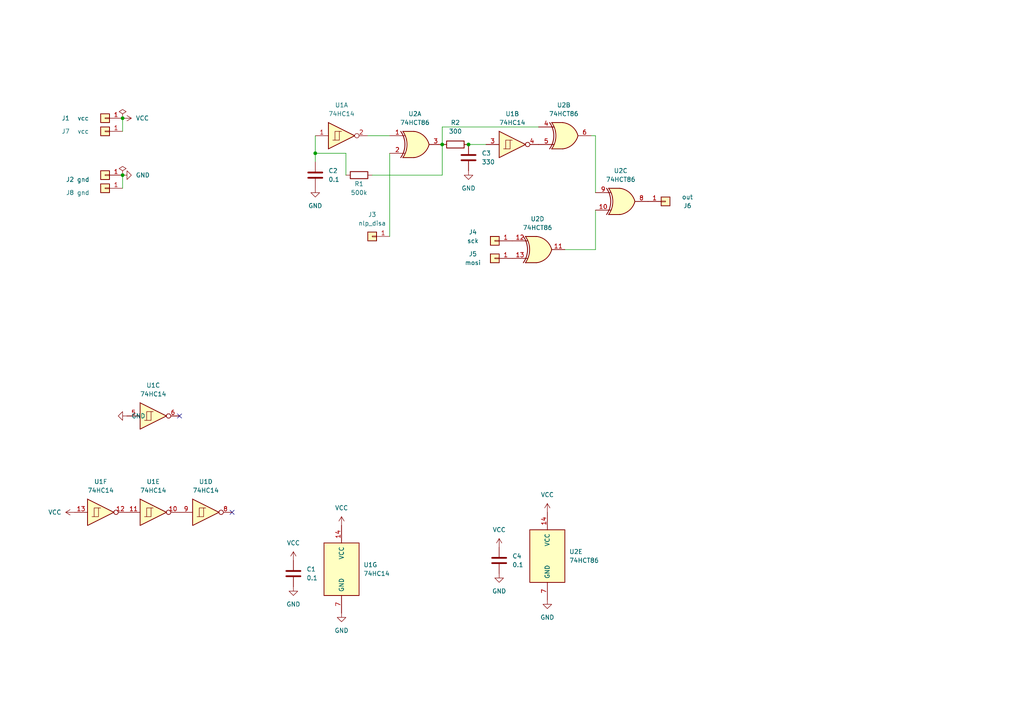
<source format=kicad_sch>
(kicad_sch (version 20211123) (generator eeschema)
  (paper "A4")
  (lib_symbols
    (symbol "74xx:74HC14" (pin_names (offset 1.016))
      (property "Reference" "U" (at 0 1.27 0))
      (property "Value" "74HC14" (at 0 -1.27 0))
      (symbol "74HC14_1_0"
        (polyline (pts (xy -3.81 3.81) (xy -3.81 -3.81) (xy 3.81 0) (xy -3.81 3.81)) (stroke (width 0.254)) (fill (type background)))
        (pin input line (at -7.62 0 0) (length 3.81) (name "~") (number "1"))
        (pin output inverted (at 7.62 0 180) (length 3.81) (name "~") (number "2"))
      )
      (symbol "74HC14_1_1"
        (polyline (pts (xy -1.905 -1.27) (xy -1.905 1.27) (xy -0.635 1.27)))
        (polyline (pts (xy -2.54 -1.27) (xy -0.635 -1.27) (xy -0.635 1.27) (xy 0 1.27)))
      )
      (symbol "74HC14_2_0"
        (polyline (pts (xy -3.81 3.81) (xy -3.81 -3.81) (xy 3.81 0) (xy -3.81 3.81)) (stroke (width 0.254)) (fill (type background)))
        (pin input line (at -7.62 0 0) (length 3.81) (name "~") (number "3"))
        (pin output inverted (at 7.62 0 180) (length 3.81) (name "~") (number "4"))
      )
      (symbol "74HC14_2_1"
        (polyline (pts (xy -1.905 -1.27) (xy -1.905 1.27) (xy -0.635 1.27)))
        (polyline (pts (xy -2.54 -1.27) (xy -0.635 -1.27) (xy -0.635 1.27) (xy 0 1.27)))
      )
      (symbol "74HC14_3_0"
        (polyline (pts (xy -3.81 3.81) (xy -3.81 -3.81) (xy 3.81 0) (xy -3.81 3.81)) (stroke (width 0.254)) (fill (type background)))
        (pin input line (at -7.62 0 0) (length 3.81) (name "~") (number "5"))
        (pin output inverted (at 7.62 0 180) (length 3.81) (name "~") (number "6"))
      )
      (symbol "74HC14_3_1"
        (polyline (pts (xy -1.905 -1.27) (xy -1.905 1.27) (xy -0.635 1.27)))
        (polyline (pts (xy -2.54 -1.27) (xy -0.635 -1.27) (xy -0.635 1.27) (xy 0 1.27)))
      )
      (symbol "74HC14_4_0"
        (polyline (pts (xy -3.81 3.81) (xy -3.81 -3.81) (xy 3.81 0) (xy -3.81 3.81)) (stroke (width 0.254)) (fill (type background)))
        (pin output inverted (at 7.62 0 180) (length 3.81) (name "~") (number "8"))
        (pin input line (at -7.62 0 0) (length 3.81) (name "~") (number "9"))
      )
      (symbol "74HC14_4_1"
        (polyline (pts (xy -1.905 -1.27) (xy -1.905 1.27) (xy -0.635 1.27)))
        (polyline (pts (xy -2.54 -1.27) (xy -0.635 -1.27) (xy -0.635 1.27) (xy 0 1.27)))
      )
      (symbol "74HC14_5_0"
        (polyline (pts (xy -3.81 3.81) (xy -3.81 -3.81) (xy 3.81 0) (xy -3.81 3.81)) (stroke (width 0.254)) (fill (type background)))
        (pin output inverted (at 7.62 0 180) (length 3.81) (name "~") (number "10"))
        (pin input line (at -7.62 0 0) (length 3.81) (name "~") (number "11"))
      )
      (symbol "74HC14_5_1"
        (polyline (pts (xy -1.905 -1.27) (xy -1.905 1.27) (xy -0.635 1.27)))
        (polyline (pts (xy -2.54 -1.27) (xy -0.635 -1.27) (xy -0.635 1.27) (xy 0 1.27)))
      )
      (symbol "74HC14_6_0"
        (polyline (pts (xy -3.81 3.81) (xy -3.81 -3.81) (xy 3.81 0) (xy -3.81 3.81)) (stroke (width 0.254)) (fill (type background)))
        (pin output inverted (at 7.62 0 180) (length 3.81) (name "~") (number "12"))
        (pin input line (at -7.62 0 0) (length 3.81) (name "~") (number "13"))
      )
      (symbol "74HC14_6_1"
        (polyline (pts (xy -1.905 -1.27) (xy -1.905 1.27) (xy -0.635 1.27)))
        (polyline (pts (xy -2.54 -1.27) (xy -0.635 -1.27) (xy -0.635 1.27) (xy 0 1.27)))
      )
      (symbol "74HC14_7_0"
        (pin power_in line (at 0 12.7 270) (length 5.08) (name "VCC") (number "14"))
        (pin power_in line (at 0 -12.7 90) (length 5.08) (name "GND") (number "7"))
      )
      (symbol "74HC14_7_1"
        (rectangle (start -5.08 7.62) (end 5.08 -7.62) (stroke (width 0.254)) (fill (type background)))
      )
    )
    (symbol "74xx:74HC86" (pin_names (offset 1.016))
      (property "Reference" "U" (at 0 1.27 0))
      (property "Value" "74HC86" (at 0 -1.27 0))
      (symbol "74HC86_1_0"
        (arc (start -4.4196 -3.81) (mid -3.2033 0) (end -4.4196 3.81) (stroke (width 0.254)))
        (arc (start -3.81 -3.81) (mid -2.589 0) (end -3.81 3.81) (stroke (width 0.254)))
        (arc (start -0.6096 -3.81) (mid 2.1842 -2.5851) (end 3.81 0) (stroke (width 0.254)) (fill (type background)))
        (polyline (pts (xy -3.81 -3.81) (xy -0.635 -3.81)) (stroke (width 0.254)) (fill (type background)))
        (polyline (pts (xy -3.81 3.81) (xy -0.635 3.81)) (stroke (width 0.254)) (fill (type background)))
        (polyline (pts (xy -0.635 3.81) (xy -3.81 3.81) (xy -3.81 3.81) (xy -3.556 3.4036) (xy -3.0226 2.2606) (xy -2.6924 1.0414) (xy -2.6162 -0.254) (xy -2.7686 -1.4986) (xy -3.175 -2.7178) (xy -3.81 -3.81) (xy -3.81 -3.81) (xy -0.635 -3.81)) (stroke (width -25.4)) (fill (type background)))
        (arc (start 3.81 0) (mid 2.1915 2.5936) (end -0.6096 3.81) (stroke (width 0.254)) (fill (type background)))
        (pin input line (at -7.62 2.54 0) (length 4.445) (name "~") (number "1"))
        (pin input line (at -7.62 -2.54 0) (length 4.445) (name "~") (number "2"))
        (pin output line (at 7.62 0 180) (length 3.81) (name "~") (number "3"))
      )
      (symbol "74HC86_1_1"
        (polyline (pts (xy -3.81 -2.54) (xy -3.175 -2.54)) (stroke (width 0.1524)))
        (polyline (pts (xy -3.81 2.54) (xy -3.175 2.54)) (stroke (width 0.1524)))
      )
      (symbol "74HC86_2_0"
        (arc (start -4.4196 -3.81) (mid -3.2033 0) (end -4.4196 3.81) (stroke (width 0.254)))
        (arc (start -3.81 -3.81) (mid -2.589 0) (end -3.81 3.81) (stroke (width 0.254)))
        (arc (start -0.6096 -3.81) (mid 2.1842 -2.5851) (end 3.81 0) (stroke (width 0.254)) (fill (type background)))
        (polyline (pts (xy -3.81 -3.81) (xy -0.635 -3.81)) (stroke (width 0.254)) (fill (type background)))
        (polyline (pts (xy -3.81 3.81) (xy -0.635 3.81)) (stroke (width 0.254)) (fill (type background)))
        (polyline (pts (xy -0.635 3.81) (xy -3.81 3.81) (xy -3.81 3.81) (xy -3.556 3.4036) (xy -3.0226 2.2606) (xy -2.6924 1.0414) (xy -2.6162 -0.254) (xy -2.7686 -1.4986) (xy -3.175 -2.7178) (xy -3.81 -3.81) (xy -3.81 -3.81) (xy -0.635 -3.81)) (stroke (width -25.4)) (fill (type background)))
        (arc (start 3.81 0) (mid 2.1915 2.5936) (end -0.6096 3.81) (stroke (width 0.254)) (fill (type background)))
        (pin input line (at -7.62 2.54 0) (length 4.445) (name "~") (number "4"))
        (pin input line (at -7.62 -2.54 0) (length 4.445) (name "~") (number "5"))
        (pin output line (at 7.62 0 180) (length 3.81) (name "~") (number "6"))
      )
      (symbol "74HC86_2_1"
        (polyline (pts (xy -3.81 -2.54) (xy -3.175 -2.54)) (stroke (width 0.1524)))
        (polyline (pts (xy -3.81 2.54) (xy -3.175 2.54)) (stroke (width 0.1524)))
      )
      (symbol "74HC86_3_0"
        (arc (start -4.4196 -3.81) (mid -3.2033 0) (end -4.4196 3.81) (stroke (width 0.254)))
        (arc (start -3.81 -3.81) (mid -2.589 0) (end -3.81 3.81) (stroke (width 0.254)))
        (arc (start -0.6096 -3.81) (mid 2.1842 -2.5851) (end 3.81 0) (stroke (width 0.254)) (fill (type background)))
        (polyline (pts (xy -3.81 -3.81) (xy -0.635 -3.81)) (stroke (width 0.254)) (fill (type background)))
        (polyline (pts (xy -3.81 3.81) (xy -0.635 3.81)) (stroke (width 0.254)) (fill (type background)))
        (polyline (pts (xy -0.635 3.81) (xy -3.81 3.81) (xy -3.81 3.81) (xy -3.556 3.4036) (xy -3.0226 2.2606) (xy -2.6924 1.0414) (xy -2.6162 -0.254) (xy -2.7686 -1.4986) (xy -3.175 -2.7178) (xy -3.81 -3.81) (xy -3.81 -3.81) (xy -0.635 -3.81)) (stroke (width -25.4)) (fill (type background)))
        (arc (start 3.81 0) (mid 2.1915 2.5936) (end -0.6096 3.81) (stroke (width 0.254)) (fill (type background)))
        (pin input line (at -7.62 -2.54 0) (length 4.445) (name "~") (number "10"))
        (pin output line (at 7.62 0 180) (length 3.81) (name "~") (number "8"))
        (pin input line (at -7.62 2.54 0) (length 4.445) (name "~") (number "9"))
      )
      (symbol "74HC86_3_1"
        (polyline (pts (xy -3.81 -2.54) (xy -3.175 -2.54)) (stroke (width 0.1524)))
        (polyline (pts (xy -3.81 2.54) (xy -3.175 2.54)) (stroke (width 0.1524)))
      )
      (symbol "74HC86_4_0"
        (arc (start -4.4196 -3.81) (mid -3.2033 0) (end -4.4196 3.81) (stroke (width 0.254)))
        (arc (start -3.81 -3.81) (mid -2.589 0) (end -3.81 3.81) (stroke (width 0.254)))
        (arc (start -0.6096 -3.81) (mid 2.1842 -2.5851) (end 3.81 0) (stroke (width 0.254)) (fill (type background)))
        (polyline (pts (xy -3.81 -3.81) (xy -0.635 -3.81)) (stroke (width 0.254)) (fill (type background)))
        (polyline (pts (xy -3.81 3.81) (xy -0.635 3.81)) (stroke (width 0.254)) (fill (type background)))
        (polyline (pts (xy -0.635 3.81) (xy -3.81 3.81) (xy -3.81 3.81) (xy -3.556 3.4036) (xy -3.0226 2.2606) (xy -2.6924 1.0414) (xy -2.6162 -0.254) (xy -2.7686 -1.4986) (xy -3.175 -2.7178) (xy -3.81 -3.81) (xy -3.81 -3.81) (xy -0.635 -3.81)) (stroke (width -25.4)) (fill (type background)))
        (arc (start 3.81 0) (mid 2.1915 2.5936) (end -0.6096 3.81) (stroke (width 0.254)) (fill (type background)))
        (pin output line (at 7.62 0 180) (length 3.81) (name "~") (number "11"))
        (pin input line (at -7.62 2.54 0) (length 4.445) (name "~") (number "12"))
        (pin input line (at -7.62 -2.54 0) (length 4.445) (name "~") (number "13"))
      )
      (symbol "74HC86_4_1"
        (polyline (pts (xy -3.81 -2.54) (xy -3.175 -2.54)) (stroke (width 0.1524)))
        (polyline (pts (xy -3.81 2.54) (xy -3.175 2.54)) (stroke (width 0.1524)))
      )
      (symbol "74HC86_5_0"
        (pin power_in line (at 0 12.7 270) (length 5.08) (name "VCC") (number "14"))
        (pin power_in line (at 0 -12.7 90) (length 5.08) (name "GND") (number "7"))
      )
      (symbol "74HC86_5_1"
        (rectangle (start -5.08 7.62) (end 5.08 -7.62) (stroke (width 0.254)) (fill (type background)))
      )
    )
    (symbol "Connector_Generic:Conn_01x01" (pin_names (offset 1.016) hide)
      (property "Reference" "J" (at 0 2.54 0))
      (property "Value" "Conn_01x01" (at 0 -2.54 0))
      (symbol "Conn_01x01_1_1"
        (rectangle (start -1.27 0.127) (end 0 -0.127) (stroke (width 0.1524)))
        (rectangle (start -1.27 1.27) (end 1.27 -1.27) (stroke (width 0.254)) (fill (type background)))
        (pin passive line (at -5.08 0 0) (length 3.81) (name "Pin_1") (number "1"))
      )
    )
    (symbol "Device:C" (pin_numbers hide) (pin_names (offset 0.254))
      (property "Reference" "C" (at 0.635 2.54 0))
      (property "Value" "C" (at 0.635 -2.54 0))
      (symbol "C_0_1"
        (polyline (pts (xy -2.032 -0.762) (xy 2.032 -0.762)) (stroke (width 0.508)))
        (polyline (pts (xy -2.032 0.762) (xy 2.032 0.762)) (stroke (width 0.508)))
      )
      (symbol "C_1_1"
        (pin passive line (at 0 3.81 270) (length 2.794) (name "~") (number "1"))
        (pin passive line (at 0 -3.81 90) (length 2.794) (name "~") (number "2"))
      )
    )
    (symbol "Device:R" (pin_numbers hide) (pin_names (offset 0))
      (property "Reference" "R" (at 2.032 0 90))
      (property "Value" "R" (at 0 0 90))
      (symbol "R_0_1"
        (rectangle (start -1.016 -2.54) (end 1.016 2.54) (stroke (width 0.254)))
      )
      (symbol "R_1_1"
        (pin passive line (at 0 3.81 270) (length 1.27) (name "~") (number "1"))
        (pin passive line (at 0 -3.81 90) (length 1.27) (name "~") (number "2"))
      )
    )
    (symbol "power:GND" (power) (pin_names (offset 0))
      (property "Value" "GND" (at 0 -3.81 0))
      (symbol "GND_0_1"
        (polyline (pts (xy 0 0) (xy 0 -1.27) (xy 1.27 -1.27) (xy 0 -2.54) (xy -1.27 -1.27) (xy 0 -1.27)))
      )
      (symbol "GND_1_1"
        (pin power_in line (at 0 0 270) (length 0) hide (name "GND") (number "1"))
      )
    )
    (symbol "power:PWR_FLAG" (power) (pin_numbers hide) (pin_names (offset 0) hide)
      (property "Value" "PWR_FLAG" (at 0 3.81 0))
      (symbol "PWR_FLAG_0_0"
        (pin power_out line (at 0 0 90) (length 0) (name "pwr") (number "1"))
      )
      (symbol "PWR_FLAG_0_1"
        (polyline (pts (xy 0 0) (xy 0 1.27) (xy -1.016 1.905) (xy 0 2.54) (xy 1.016 1.905) (xy 0 1.27)))
      )
    )
    (symbol "power:VCC" (power) (pin_names (offset 0))
      (property "Value" "VCC" (at 0 3.81 0))
      (symbol "VCC_0_1"
        (polyline (pts (xy -0.762 1.27) (xy 0 2.54)))
        (polyline (pts (xy 0 0) (xy 0 2.54)))
        (polyline (pts (xy 0 2.54) (xy 0.762 1.27)))
      )
      (symbol "VCC_1_1"
        (pin power_in line (at 0 0 90) (length 0) hide (name "VCC") (number "1"))
      )
    )
  )
  (junction (at 91.44 44.45))
  (junction (at 128.27 41.91))
  (junction (at 135.89 41.91))
  (junction (at 35.56 50.8))
  (junction (at 35.56 34.29))
  (no_connect (at 67.31 148.59))
  (no_connect (at 52.07 120.65))
  (wire (pts (xy 135.89 41.91) (xy 140.97 41.91)))
  (wire (pts (xy 91.44 44.45) (xy 100.33 44.45)))
  (wire (pts (xy 172.72 39.37) (xy 171.45 39.37)))
  (wire (pts (xy 106.68 39.37) (xy 113.03 39.37)))
  (wire (pts (xy 172.72 72.39) (xy 163.83 72.39)))
  (wire (pts (xy 172.72 60.96) (xy 172.72 72.39)))
  (wire (pts (xy 172.72 55.88) (xy 172.72 39.37)))
  (wire (pts (xy 128.27 50.8) (xy 128.27 41.91)))
  (wire (pts (xy 35.56 50.8) (xy 35.56 54.61)))
  (wire (pts (xy 100.33 44.45) (xy 100.33 50.8)))
  (wire (pts (xy 91.44 44.45) (xy 91.44 46.99)))
  (wire (pts (xy 91.44 39.37) (xy 91.44 44.45)))
  (wire (pts (xy 128.27 41.91) (xy 128.27 36.83)))
  (wire (pts (xy 128.27 36.83) (xy 156.21 36.83)))
  (wire (pts (xy 35.56 34.29) (xy 35.56 38.1)))
  (wire (pts (xy 107.95 50.8) (xy 128.27 50.8)))
  (wire (pts (xy 113.03 44.45) (xy 113.03 68.58)))
  (symbol (lib_id "74xx:74HC86") (at 156.21 72.39 0) (unit 4)
    (property "Reference" "U2" (at 155.9052 63.5 0))
    (property "Value" "74HCT86" (at 155.9052 66.04 0))
    (property "Footprint" "Package_DIP:DIP-14_W7.62mm" (effects hide))
    (property "Datasheet" "http://www.ti.com/lit/gpn/sn74HC86" (effects hide))
  )
  (symbol (lib_id "power:PWR_FLAG") (at 35.56 50.8 0) (unit 1)
    (property "Reference" "#FLG02" (effects hide))
    (property "Value" "PWR_FLAG" (effects hide))
  )
  (symbol (lib_id "74xx:74HC86") (at 120.65 41.91 0) (unit 1)
    (property "Reference" "U2" (at 120.3452 33.02 0))
    (property "Value" "74HCT86" (at 120.3452 35.56 0))
    (property "Footprint" "Package_DIP:DIP-14_W7.62mm" (effects hide))
    (property "Datasheet" "http://www.ti.com/lit/gpn/sn74HC86" (effects hide))
  )
  (symbol (lib_id "74xx:74HC86") (at 158.75 161.29 0) (unit 5)
    (property "Reference" "U2" (at 165.1 160.0199 0) (effects (justify left)))
    (property "Value" "74HCT86" (at 165.1 162.5599 0) (effects (justify left)))
    (property "Footprint" "Package_DIP:DIP-14_W7.62mm" (effects hide))
    (property "Datasheet" "http://www.ti.com/lit/gpn/sn74HC86" (effects hide))
  )
  (symbol (lib_id "74xx:74HC14") (at 44.45 148.59 0) (unit 5)
    (property "Reference" "U1" (at 44.45 139.7 0))
    (property "Value" "74HC14" (at 44.45 142.24 0))
    (property "Footprint" "Package_SO:SOIC-14_3.9x8.7mm_P1.27mm" (effects hide))
    (property "Datasheet" "http://www.ti.com/lit/gpn/sn74HC14" (effects hide))
  )
  (symbol (lib_id "74xx:74HC14") (at 148.59 41.91 0) (unit 2)
    (property "Reference" "U1" (at 148.59 33.02 0))
    (property "Value" "74HC14" (at 148.59 35.56 0))
    (property "Footprint" "Package_SO:SOIC-14_3.9x8.7mm_P1.27mm" (effects hide))
    (property "Datasheet" "http://www.ti.com/lit/gpn/sn74HC14" (effects hide))
  )
  (symbol (lib_id "74xx:74HC14") (at 59.69 148.59 0) (unit 4)
    (property "Reference" "U1" (at 59.69 139.7 0))
    (property "Value" "74HC14" (at 59.69 142.24 0))
    (property "Footprint" "Package_SO:SOIC-14_3.9x8.7mm_P1.27mm" (effects hide))
    (property "Datasheet" "http://www.ti.com/lit/gpn/sn74HC14" (effects hide))
  )
  (symbol (lib_id "74xx:74HC14") (at 44.45 120.65 0) (unit 3)
    (property "Reference" "U1" (at 44.45 111.76 0))
    (property "Value" "74HC14" (at 44.45 114.3 0))
    (property "Footprint" "Package_SO:SOIC-14_3.9x8.7mm_P1.27mm" (effects hide))
    (property "Datasheet" "http://www.ti.com/lit/gpn/sn74HC14" (effects hide))
  )
  (symbol (lib_id "Device:C") (at 135.89 45.72 0) (unit 1)
    (property "Reference" "C3" (at 139.7 44.4499 0) (effects (justify left)))
    (property "Value" "330" (at 139.7 46.9899 0) (effects (justify left)))
    (property "Footprint" "Capacitor_SMD:C_0805_2012Metric" (effects hide))
  )
  (symbol (lib_id "power:GND") (at 135.89 49.53 0) (unit 1)
    (property "Reference" "#PWR08" (effects hide))
    (property "Value" "GND" (at 135.89 54.61 0))
  )
  (symbol (lib_id "Connector_Generic:Conn_01x01") (at 30.48 54.61 180) (unit 1)
    (property "Reference" "J8" (at 20.32 55.88 0))
    (property "Value" "gnd" (at 24.13 55.88 0))
    (property "Footprint" "Connector_Wire:SolderWire-0.5sqmm_1x01_D0.9mm_OD2.3mm_Relief" (effects hide))
  )
  (symbol (lib_id "74xx:74HC14") (at 29.21 148.59 0) (unit 6)
    (property "Reference" "U1" (at 29.21 139.7 0))
    (property "Value" "74HC14" (at 29.21 142.24 0))
    (property "Footprint" "Package_SO:SOIC-14_3.9x8.7mm_P1.27mm" (effects hide))
    (property "Datasheet" "http://www.ti.com/lit/gpn/sn74HC14" (effects hide))
  )
  (symbol (lib_id "74xx:74HC14") (at 99.06 39.37 0) (unit 1)
    (property "Reference" "U1" (at 99.06 30.48 0))
    (property "Value" "74HC14" (at 99.06 33.02 0))
    (property "Footprint" "Package_SO:SOIC-14_3.9x8.7mm_P1.27mm" (effects hide))
    (property "Datasheet" "http://www.ti.com/lit/gpn/sn74HC14" (effects hide))
  )
  (symbol (lib_id "74xx:74HC86") (at 163.83 39.37 0) (unit 2)
    (property "Reference" "U2" (at 163.5252 30.48 0))
    (property "Value" "74HCT86" (at 163.5252 33.02 0))
    (property "Footprint" "Package_DIP:DIP-14_W7.62mm" (effects hide))
    (property "Datasheet" "http://www.ti.com/lit/gpn/sn74HC86" (effects hide))
  )
  (symbol (lib_id "Connector_Generic:Conn_01x01") (at 30.48 50.8 180) (unit 1)
    (property "Reference" "J2" (at 20.32 52.07 0))
    (property "Value" "gnd" (at 24.13 52.07 0))
    (property "Footprint" "Connector_Wire:SolderWire-0.5sqmm_1x01_D0.9mm_OD2.3mm_Relief" (effects hide))
  )
  (symbol (lib_id "Connector_Generic:Conn_01x01") (at 143.51 74.93 180) (unit 1)
    (property "Reference" "J5" (at 137.16 73.66 0))
    (property "Value" "mosi" (at 137.16 76.2 0))
    (property "Footprint" "Connector_Wire:SolderWire-0.5sqmm_1x01_D0.9mm_OD2.3mm_Relief" (effects hide))
  )
  (symbol (lib_id "Connector_Generic:Conn_01x01") (at 107.95 68.58 180) (unit 1)
    (property "Reference" "J3" (at 107.95 62.23 0))
    (property "Value" "nlp_disa" (at 107.95 64.77 0))
    (property "Footprint" "Connector_Wire:SolderWire-0.5sqmm_1x01_D0.9mm_OD2.3mm_Relief" (effects hide))
  )
  (symbol (lib_id "Connector_Generic:Conn_01x01") (at 193.04 58.42 0) (unit 1)
    (property "Reference" "J6" (at 199.39 59.69 0))
    (property "Value" "out" (at 199.39 57.15 0))
    (property "Footprint" "Connector_Wire:SolderWire-0.5sqmm_1x01_D0.9mm_OD2.3mm_Relief" (effects hide))
  )
  (symbol (lib_id "Device:C") (at 85.09 166.37 0) (unit 1)
    (property "Reference" "C1" (at 88.9 165.0999 0) (effects (justify left)))
    (property "Value" "0.1" (at 88.9 167.6399 0) (effects (justify left)))
    (property "Footprint" "Capacitor_SMD:C_0805_2012Metric" (effects hide))
  )
  (symbol (lib_id "power:VCC") (at 85.09 162.56 0) (unit 1)
    (property "Reference" "#PWR03" (effects hide))
    (property "Value" "VCC" (at 85.09 157.48 0))
  )
  (symbol (lib_id "power:GND") (at 35.56 50.8 90) (unit 1)
    (property "Reference" "#PWR02" (effects hide))
    (property "Value" "GND" (at 39.37 50.7999 90) (effects (justify right)))
  )
  (symbol (lib_id "power:VCC") (at 144.78 158.75 0) (unit 1)
    (property "Reference" "#PWR09" (effects hide))
    (property "Value" "VCC" (at 144.78 153.67 0))
  )
  (symbol (lib_id "74xx:74HC14") (at 99.06 165.1 0) (unit 7)
    (property "Reference" "U1" (at 105.41 163.8299 0) (effects (justify left)))
    (property "Value" "74HC14" (at 105.41 166.3699 0) (effects (justify left)))
    (property "Footprint" "Package_SO:SOIC-14_3.9x8.7mm_P1.27mm" (effects hide))
    (property "Datasheet" "http://www.ti.com/lit/gpn/sn74HC14" (effects hide))
  )
  (symbol (lib_id "power:GND") (at 144.78 166.37 0) (unit 1)
    (property "Reference" "#PWR010" (effects hide))
    (property "Value" "GND" (at 144.78 171.45 0))
  )
  (symbol (lib_id "Device:C") (at 91.44 50.8 0) (unit 1)
    (property "Reference" "C2" (at 95.25 49.5299 0) (effects (justify left)))
    (property "Value" "0.1" (at 95.25 52.0699 0) (effects (justify left)))
    (property "Footprint" "Capacitor_SMD:C_0805_2012Metric" (effects hide))
  )
  (symbol (lib_id "Device:R") (at 104.14 50.8 90) (unit 1)
    (property "Reference" "R1" (at 104.14 53.34 90))
    (property "Value" "500k" (at 104.14 55.88 90))
    (property "Footprint" "Resistor_THT:R_Axial_DIN0204_L3.6mm_D1.6mm_P7.62mm_Horizontal" (effects hide))
  )
  (symbol (lib_id "power:VCC") (at 158.75 148.59 0) (unit 1)
    (property "Reference" "#PWR011" (effects hide))
    (property "Value" "VCC" (at 158.75 143.51 0))
  )
  (symbol (lib_id "Device:R") (at 132.08 41.91 90) (unit 1)
    (property "Reference" "R2" (at 132.08 35.56 90))
    (property "Value" "300" (at 132.08 38.1 90))
    (property "Footprint" "Resistor_SMD:R_0805_2012Metric" (effects hide))
  )
  (symbol (lib_id "power:VCC") (at 21.59 148.59 90) (unit 1)
    (property "Reference" "#PWR?" (effects hide))
    (property "Value" "VCC" (at 13.97 148.59 90) (effects (justify right)))
  )
  (symbol (lib_id "power:GND") (at 91.44 54.61 0) (unit 1)
    (property "Reference" "#PWR05" (effects hide))
    (property "Value" "GND" (at 91.44 59.69 0))
  )
  (symbol (lib_id "Connector_Generic:Conn_01x01") (at 30.48 38.1 180) (unit 1)
    (property "Reference" "J7" (at 19.05 38.1 0))
    (property "Value" "vcc" (at 24.13 38.1 0))
    (property "Footprint" "Connector_Wire:SolderWire-0.5sqmm_1x01_D0.9mm_OD2.3mm_Relief" (effects hide))
  )
  (symbol (lib_id "74xx:74HC86") (at 180.34 58.42 0) (unit 3)
    (property "Reference" "U2" (at 180.0352 49.53 0))
    (property "Value" "74HCT86" (at 180.0352 52.07 0))
    (property "Footprint" "Package_DIP:DIP-14_W7.62mm" (effects hide))
    (property "Datasheet" "http://www.ti.com/lit/gpn/sn74HC86" (effects hide))
  )
  (symbol (lib_id "Connector_Generic:Conn_01x01") (at 30.48 34.29 180) (unit 1)
    (property "Reference" "J1" (at 19.05 34.29 0))
    (property "Value" "vcc" (at 24.13 34.29 0))
    (property "Footprint" "Connector_Wire:SolderWire-0.5sqmm_1x01_D0.9mm_OD2.3mm_Relief" (effects hide))
  )
  (symbol (lib_id "power:VCC") (at 35.56 34.29 270) (unit 1)
    (property "Reference" "#PWR01" (effects hide))
    (property "Value" "VCC" (at 39.37 34.2899 90) (effects (justify left)))
  )
  (symbol (lib_id "power:GND") (at 99.06 177.8 0) (unit 1)
    (property "Reference" "#PWR07" (effects hide))
    (property "Value" "GND" (at 99.06 182.88 0))
  )
  (symbol (lib_id "power:VCC") (at 99.06 152.4 0) (unit 1)
    (property "Reference" "#PWR06" (effects hide))
    (property "Value" "VCC" (at 99.06 147.32 0))
  )
  (symbol (lib_id "power:GND") (at 85.09 170.18 0) (unit 1)
    (property "Reference" "#PWR04" (effects hide))
    (property "Value" "GND" (at 85.09 175.26 0))
  )
  (symbol (lib_id "Connector_Generic:Conn_01x01") (at 143.51 69.85 180) (unit 1)
    (property "Reference" "J4" (at 137.16 67.31 0))
    (property "Value" "sck" (at 137.16 69.85 0))
    (property "Footprint" "Connector_Wire:SolderWire-0.5sqmm_1x01_D0.9mm_OD2.3mm_Relief" (effects hide))
  )
  (symbol (lib_id "power:PWR_FLAG") (at 35.56 34.29 0) (unit 1)
    (property "Reference" "#FLG01" (effects hide))
    (property "Value" "PWR_FLAG" (effects hide))
  )
  (symbol (lib_id "Device:C") (at 144.78 162.56 0) (unit 1)
    (property "Reference" "C4" (at 148.59 161.2899 0) (effects (justify left)))
    (property "Value" "0.1" (at 148.59 163.8299 0) (effects (justify left)))
    (property "Footprint" "Capacitor_SMD:C_0805_2012Metric" (effects hide))
  )
  (symbol (lib_id "power:GND") (at 158.75 173.99 0) (unit 1)
    (property "Reference" "#PWR012" (effects hide))
    (property "Value" "GND" (at 158.75 179.07 0))
  )
  (symbol (lib_id "power:GND") (at 36.83 120.65 270) (unit 1)
    (property "Reference" "#PWR?" (effects hide))
    (property "Value" "GND" (at 38.1 120.6499 90) (effects (justify left)))
  )
)
</source>
